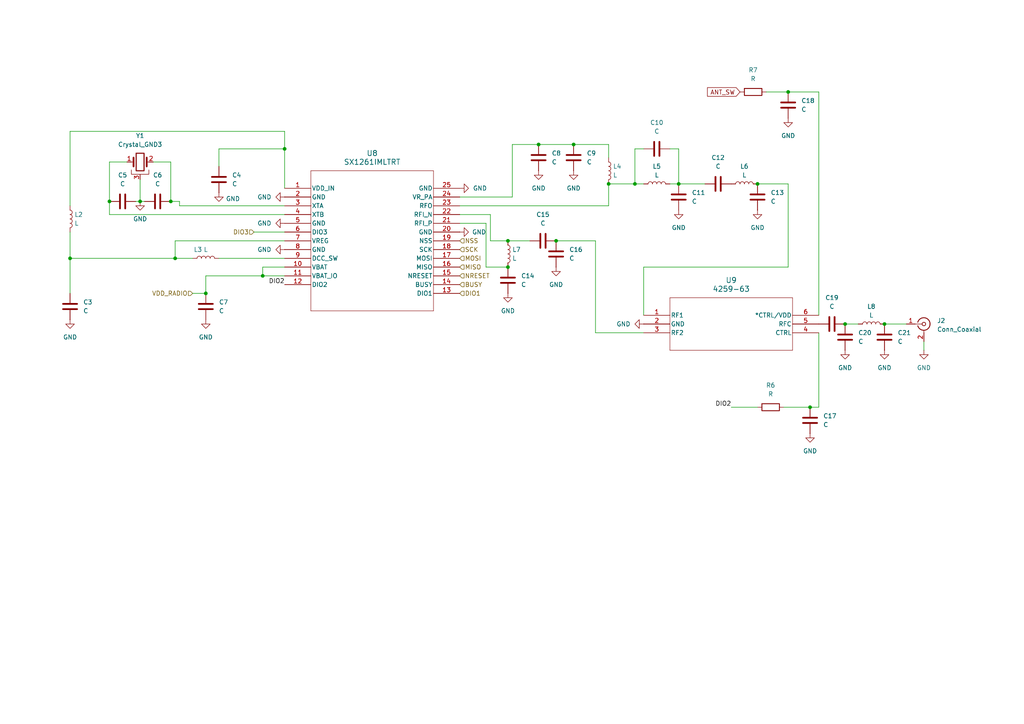
<source format=kicad_sch>
(kicad_sch (version 20250114) (generator "eeschema") (generator_version "9.0")
  (paper "A4")
  (lib_symbols
    (symbol "Connector:Conn_Coaxial" (pin_names (offset 1.016) (hide yes))
      (property "Reference" "J" (at 0.254 3.048 0))
      (property "Value" "Conn_Coaxial" (at 2.921 0 90))
      (symbol "Conn_Coaxial_0_1"
        (polyline (pts (xy -2.54 0) (xy -0.508 0)))
        (arc (start 1.778 0) (mid 0.222 -1.8079) (end -1.778 -0.508) (stroke (width 0.254)))
        (arc (start -1.778 0.508) (mid 0.2221 1.8084) (end 1.778 0) (stroke (width 0.254)))
        (circle (center 0 0) (radius 0.508) (stroke (width 0.2032)))
        (polyline (pts (xy 0 -2.54) (xy 0 -1.778)))
      )
      (symbol "Conn_Coaxial_1_1"
        (pin passive line (at -5.08 0 0) (length 2.54) (name "In") (number "1"))
        (pin passive line (at 0 -5.08 90) (length 2.54) (name "Ext") (number "2"))
      )
    )
    (symbol "Device:C" (pin_numbers (hide yes)) (pin_names (offset 0.254))
      (property "Reference" "C" (at 0.635 2.54 0))
      (property "Value" "C" (at 0.635 -2.54 0))
      (symbol "C_0_1"
        (polyline (pts (xy -2.032 0.762) (xy 2.032 0.762)) (stroke (width 0.508)))
        (polyline (pts (xy -2.032 -0.762) (xy 2.032 -0.762)) (stroke (width 0.508)))
      )
      (symbol "C_1_1"
        (pin passive line (at 0 3.81 270) (length 2.794) (name "~") (number "1"))
        (pin passive line (at 0 -3.81 90) (length 2.794) (name "~") (number "2"))
      )
    )
    (symbol "Device:Crystal_GND3" (pin_names (offset 1.016) (hide yes))
      (property "Reference" "Y" (at 0 5.715 0))
      (property "Value" "Crystal_GND3" (at 0 3.81 0))
      (symbol "Crystal_GND3_0_1"
        (polyline (pts (xy -2.54 0) (xy -1.905 0)))
        (polyline (pts (xy -2.54 -2.286) (xy -2.54 -3.556) (xy 2.54 -3.556) (xy 2.54 -2.286)))
        (polyline (pts (xy -1.905 -1.27) (xy -1.905 1.27)) (stroke (width 0.508)))
        (rectangle (start -1.143 2.54) (end 1.143 -2.54) (stroke (width 0.3048)))
        (polyline (pts (xy 0 -3.81) (xy 0 -3.556)))
        (polyline (pts (xy 1.905 1.27) (xy 1.905 -1.27)) (stroke (width 0.508)))
        (polyline (pts (xy 1.905 0) (xy 2.54 0)))
      )
      (symbol "Crystal_GND3_1_1"
        (pin passive line (at -3.81 0 0) (length 1.27) (name "1") (number "1"))
        (pin passive line (at 0 -5.08 90) (length 1.27) (name "3") (number "3"))
        (pin passive line (at 3.81 0 180) (length 1.27) (name "2") (number "2"))
      )
    )
    (symbol "Device:L" (pin_numbers (hide yes)) (pin_names (offset 1.016) (hide yes))
      (property "Reference" "L" (at -1.27 0 90))
      (property "Value" "L" (at 1.905 0 90))
      (symbol "L_0_1"
        (arc (start 0 2.54) (mid 0.6323 1.905) (end 0 1.27))
        (arc (start 0 1.27) (mid 0.6323 0.635) (end 0 0))
        (arc (start 0 0) (mid 0.6323 -0.635) (end 0 -1.27))
        (arc (start 0 -1.27) (mid 0.6323 -1.905) (end 0 -2.54))
      )
      (symbol "L_1_1"
        (pin passive line (at 0 3.81 270) (length 1.27) (name "1") (number "1"))
        (pin passive line (at 0 -3.81 90) (length 1.27) (name "2") (number "2"))
      )
    )
    (symbol "Device:R" (pin_numbers (hide yes)) (pin_names (offset 0))
      (property "Reference" "R" (at 2.032 0 90))
      (property "Value" "R" (at 0 0 90))
      (symbol "R_0_1"
        (rectangle (start -1.016 -2.54) (end 1.016 2.54) (stroke (width 0.254)))
      )
      (symbol "R_1_1"
        (pin passive line (at 0 3.81 270) (length 1.27) (name "~") (number "1"))
        (pin passive line (at 0 -3.81 90) (length 1.27) (name "~") (number "2"))
      )
    )
    (symbol "PE4269-63:4259-63" (pin_names (offset 0.254))
      (property "Reference" "U" (at 25.4 10.16 0))
      (property "Value" "4259-63" (at 25.4 7.62 0))
      (symbol "4259-63_0_1"
        (polyline (pts (xy 7.62 5.08) (xy 7.62 -10.16)) (stroke (width 0.127)))
        (polyline (pts (xy 7.62 -10.16) (xy 43.18 -10.16)) (stroke (width 0.127)))
        (polyline (pts (xy 43.18 5.08) (xy 7.62 5.08)) (stroke (width 0.127)))
        (polyline (pts (xy 43.18 -10.16) (xy 43.18 5.08)) (stroke (width 0.127)))
        (pin bidirectional line (at 0 0 0) (length 7.62) (name "RF1") (number "1"))
        (pin power_out line (at 0 -2.54 0) (length 7.62) (name "GND") (number "2"))
        (pin bidirectional line (at 0 -5.08 0) (length 7.62) (name "RF2") (number "3"))
        (pin power_in line (at 50.8 0 180) (length 7.62) (name "*CTRL/VDD") (number "6"))
        (pin unspecified line (at 50.8 -2.54 180) (length 7.62) (name "RFC") (number "5"))
        (pin unspecified line (at 50.8 -5.08 180) (length 7.62) (name "CTRL") (number "4"))
      )
    )
    (symbol "SX1261:SX1261IMLTRT" (pin_names (offset 0.254))
      (property "Reference" "U" (at 25.4 10.16 0))
      (property "Value" "SX1261IMLTRT" (at 25.4 7.62 0))
      (symbol "SX1261IMLTRT_0_1"
        (polyline (pts (xy 7.62 5.08) (xy 7.62 -35.56)) (stroke (width 0.127)))
        (polyline (pts (xy 7.62 -35.56) (xy 43.18 -35.56)) (stroke (width 0.127)))
        (polyline (pts (xy 43.18 5.08) (xy 7.62 5.08)) (stroke (width 0.127)))
        (polyline (pts (xy 43.18 -35.56) (xy 43.18 5.08)) (stroke (width 0.127)))
        (pin power_in line (at 0 0 0) (length 7.62) (name "VDD_IN") (number "1"))
        (pin power_out line (at 0 -2.54 0) (length 7.62) (name "GND") (number "2"))
        (pin unspecified line (at 0 -5.08 0) (length 7.62) (name "XTA") (number "3"))
        (pin unspecified line (at 0 -7.62 0) (length 7.62) (name "XTB") (number "4"))
        (pin power_out line (at 0 -10.16 0) (length 7.62) (name "GND") (number "5"))
        (pin bidirectional line (at 0 -12.7 0) (length 7.62) (name "DIO3") (number "6"))
        (pin unspecified line (at 0 -15.24 0) (length 7.62) (name "VREG") (number "7"))
        (pin power_out line (at 0 -17.78 0) (length 7.62) (name "GND") (number "8"))
        (pin unspecified line (at 0 -20.32 0) (length 7.62) (name "DCC_SW") (number "9"))
        (pin unspecified line (at 0 -22.86 0) (length 7.62) (name "VBAT") (number "10"))
        (pin unspecified line (at 0 -25.4 0) (length 7.62) (name "VBAT_IO") (number "11"))
        (pin bidirectional line (at 0 -27.94 0) (length 7.62) (name "DIO2") (number "12"))
        (pin power_out line (at 50.8 0 180) (length 7.62) (name "GND") (number "25"))
        (pin unspecified line (at 50.8 -2.54 180) (length 7.62) (name "VR_PA") (number "24"))
        (pin unspecified line (at 50.8 -5.08 180) (length 7.62) (name "RFO") (number "23"))
        (pin unspecified line (at 50.8 -7.62 180) (length 7.62) (name "RFI_N") (number "22"))
        (pin unspecified line (at 50.8 -10.16 180) (length 7.62) (name "RFI_P") (number "21"))
        (pin power_out line (at 50.8 -12.7 180) (length 7.62) (name "GND") (number "20"))
        (pin unspecified line (at 50.8 -15.24 180) (length 7.62) (name "NSS") (number "19"))
        (pin unspecified line (at 50.8 -17.78 180) (length 7.62) (name "SCK") (number "18"))
        (pin unspecified line (at 50.8 -20.32 180) (length 7.62) (name "MOSI") (number "17"))
        (pin unspecified line (at 50.8 -22.86 180) (length 7.62) (name "MISO") (number "16"))
        (pin unspecified line (at 50.8 -25.4 180) (length 7.62) (name "NRESET") (number "15"))
        (pin unspecified line (at 50.8 -27.94 180) (length 7.62) (name "BUSY") (number "14"))
        (pin bidirectional line (at 50.8 -30.48 180) (length 7.62) (name "DIO1") (number "13"))
      )
    )
    (symbol "power:GND" (power) (pin_numbers (hide yes)) (pin_names (offset 0) (hide yes))
      (property "Value" "GND" (at 0 -3.81 0))
      (symbol "GND_0_1"
        (polyline (pts (xy 0 0) (xy 0 -1.27) (xy 1.27 -1.27) (xy 0 -2.54) (xy -1.27 -1.27) (xy 0 -1.27)))
      )
      (symbol "GND_1_1"
        (pin power_in line (at 0 0 270) (length 0) (name "~") (number "1"))
      )
    )
  )
  (junction (at 82.55 43.18))
  (junction (at 147.32 69.85))
  (junction (at 20.32 74.93))
  (junction (at 184.15 53.34))
  (junction (at 147.32 77.47))
  (junction (at 49.53 58.42))
  (junction (at 176.53 53.34))
  (junction (at 196.85 53.34))
  (junction (at 161.29 69.85))
  (junction (at 228.6 26.67))
  (junction (at 50.8 74.93))
  (junction (at 245.11 93.98))
  (junction (at 256.54 93.98))
  (junction (at 76.2 80.01))
  (junction (at 219.71 53.34))
  (junction (at 59.69 85.09))
  (junction (at 166.37 41.91))
  (junction (at 31.75 58.42))
  (junction (at 234.95 118.11))
  (junction (at 40.64 58.42))
  (junction (at 156.21 41.91))
  (wire (pts (xy 142.24 69.85) (xy 147.32 69.85)))
  (wire (pts (xy 237.49 96.52) (xy 237.49 118.11)))
  (wire (pts (xy 237.49 118.11) (xy 234.95 118.11)))
  (wire (pts (xy 31.75 62.23) (xy 82.55 62.23)))
  (wire (pts (xy 184.15 53.34) (xy 186.69 53.34)))
  (wire (pts (xy 142.24 62.23) (xy 142.24 69.85)))
  (wire (pts (xy 133.35 64.77) (xy 140.97 64.77)))
  (wire (pts (xy 82.55 38.1) (xy 82.55 43.18)))
  (wire (pts (xy 184.15 53.34) (xy 184.15 43.18)))
  (wire (pts (xy 176.53 53.34) (xy 184.15 53.34)))
  (wire (pts (xy 76.2 77.47) (xy 76.2 80.01)))
  (wire (pts (xy 184.15 43.18) (xy 186.69 43.18)))
  (wire (pts (xy 50.8 69.85) (xy 82.55 69.85)))
  (wire (pts (xy 194.31 53.34) (xy 196.85 53.34)))
  (wire (pts (xy 40.64 58.42) (xy 41.91 58.42)))
  (wire (pts (xy 36.83 46.99) (xy 31.75 46.99)))
  (wire (pts (xy 82.55 43.18) (xy 82.55 54.61)))
  (wire (pts (xy 40.64 52.07) (xy 40.64 58.42)))
  (wire (pts (xy 237.49 26.67) (xy 237.49 91.44)))
  (wire (pts (xy 176.53 41.91) (xy 176.53 45.72)))
  (wire (pts (xy 49.53 46.99) (xy 49.53 58.42)))
  (wire (pts (xy 44.45 46.99) (xy 49.53 46.99)))
  (wire (pts (xy 133.35 59.69) (xy 176.53 59.69)))
  (wire (pts (xy 148.59 41.91) (xy 156.21 41.91)))
  (wire (pts (xy 245.11 93.98) (xy 248.92 93.98)))
  (wire (pts (xy 39.37 58.42) (xy 40.64 58.42)))
  (wire (pts (xy 140.97 77.47) (xy 147.32 77.47)))
  (wire (pts (xy 31.75 58.42) (xy 31.75 62.23)))
  (wire (pts (xy 20.32 38.1) (xy 82.55 38.1)))
  (wire (pts (xy 63.5 43.18) (xy 63.5 48.26)))
  (wire (pts (xy 20.32 74.93) (xy 50.8 74.93)))
  (wire (pts (xy 55.88 85.09) (xy 59.69 85.09)))
  (wire (pts (xy 161.29 69.85) (xy 172.72 69.85)))
  (wire (pts (xy 76.2 80.01) (xy 59.69 80.01)))
  (wire (pts (xy 194.31 43.18) (xy 196.85 43.18)))
  (wire (pts (xy 52.07 59.69) (xy 82.55 59.69)))
  (wire (pts (xy 228.6 77.47) (xy 186.69 77.47)))
  (wire (pts (xy 82.55 43.18) (xy 63.5 43.18)))
  (wire (pts (xy 82.55 80.01) (xy 76.2 80.01)))
  (wire (pts (xy 50.8 74.93) (xy 50.8 69.85)))
  (wire (pts (xy 176.53 59.69) (xy 176.53 53.34)))
  (wire (pts (xy 59.69 80.01) (xy 59.69 85.09)))
  (wire (pts (xy 82.55 77.47) (xy 76.2 77.47)))
  (wire (pts (xy 133.35 57.15) (xy 148.59 57.15)))
  (wire (pts (xy 222.25 26.67) (xy 228.6 26.67)))
  (wire (pts (xy 256.54 93.98) (xy 262.89 93.98)))
  (wire (pts (xy 156.21 41.91) (xy 166.37 41.91)))
  (wire (pts (xy 49.53 58.42) (xy 52.07 58.42)))
  (wire (pts (xy 219.71 53.34) (xy 228.6 53.34)))
  (wire (pts (xy 147.32 69.85) (xy 153.67 69.85)))
  (wire (pts (xy 172.72 96.52) (xy 186.69 96.52)))
  (wire (pts (xy 267.97 99.06) (xy 267.97 101.6)))
  (wire (pts (xy 52.07 58.42) (xy 52.07 59.69)))
  (wire (pts (xy 133.35 62.23) (xy 142.24 62.23)))
  (wire (pts (xy 140.97 64.77) (xy 140.97 77.47)))
  (wire (pts (xy 227.33 118.11) (xy 234.95 118.11)))
  (wire (pts (xy 228.6 53.34) (xy 228.6 77.47)))
  (wire (pts (xy 82.55 67.31) (xy 73.66 67.31)))
  (wire (pts (xy 172.72 69.85) (xy 172.72 96.52)))
  (wire (pts (xy 63.5 74.93) (xy 82.55 74.93)))
  (wire (pts (xy 166.37 41.91) (xy 176.53 41.91)))
  (wire (pts (xy 20.32 74.93) (xy 20.32 85.09)))
  (wire (pts (xy 196.85 53.34) (xy 204.47 53.34)))
  (wire (pts (xy 20.32 67.31) (xy 20.32 74.93)))
  (wire (pts (xy 20.32 59.69) (xy 20.32 38.1)))
  (wire (pts (xy 212.09 118.11) (xy 219.71 118.11)))
  (wire (pts (xy 186.69 77.47) (xy 186.69 91.44)))
  (wire (pts (xy 228.6 26.67) (xy 237.49 26.67)))
  (wire (pts (xy 31.75 46.99) (xy 31.75 58.42)))
  (wire (pts (xy 50.8 74.93) (xy 55.88 74.93)))
  (wire (pts (xy 148.59 57.15) (xy 148.59 41.91)))
  (wire (pts (xy 196.85 43.18) (xy 196.85 53.34)))
  (label "DIO2" (at 212.09 118.11 180))
  (label "DIO2" (at 82.55 82.55 180))
  (global_label "ANT_SW" (shape input) (at 214.63 26.67 180) (property "Intersheetrefs" "${INTERSHEET_REFS}" (effects (hide yes))))
  (hierarchical_label "DIO3" (shape input) (at 73.66 67.31 180))
  (hierarchical_label "MISO" (shape input) (at 133.35 77.47 0))
  (hierarchical_label "SCK" (shape input) (at 133.35 72.39 0))
  (hierarchical_label "NSS" (shape input) (at 133.35 69.85 0))
  (hierarchical_label "DIO1" (shape input) (at 133.35 85.09 0))
  (hierarchical_label "MOSI" (shape input) (at 133.35 74.93 0))
  (hierarchical_label "BUSY" (shape input) (at 133.35 82.55 0))
  (hierarchical_label "VDD_RADIO" (shape input) (at 55.88 85.09 180))
  (hierarchical_label "NRESET" (shape input) (at 133.35 80.01 0))
  (symbol (lib_id "Device:Crystal_GND3") (at 40.64 46.99 0) (unit 1)
    (property "Reference" "Y1" (at 40.64 39.37 0))
    (property "Value" "Crystal_GND3" (at 40.64 41.91 0))
    (property "Description" "Three pin crystal, GND on pin 3" (effects (hide yes)))
  )
  (symbol (lib_id "power:GND") (at 267.97 101.6 0) (unit 1)
    (property "Reference" "#PWR032" (effects (hide yes)))
    (property "Value" "GND" (at 267.97 106.68 0))
    (property "Description" "Power symbol creates a global label with name \"GND\" , ground" (effects (hide yes)))
  )
  (symbol (lib_id "power:GND") (at 219.71 60.96 0) (unit 1)
    (property "Reference" "#PWR024" (effects (hide yes)))
    (property "Value" "GND" (at 219.71 66.04 0))
    (property "Description" "Power symbol creates a global label with name \"GND\" , ground" (effects (hide yes)))
  )
  (symbol (lib_id "power:GND") (at 228.6 34.29 0) (unit 1)
    (property "Reference" "#PWR029" (effects (hide yes)))
    (property "Value" "GND" (at 228.6 39.37 0))
    (property "Description" "Power symbol creates a global label with name \"GND\" , ground" (effects (hide yes)))
  )
  (symbol (lib_id "Device:C") (at 147.32 81.28 0) (unit 1)
    (property "Reference" "C14" (at 151.13 80.0099 0) (effects (justify left)))
    (property "Value" "C" (at 151.13 82.5499 0) (effects (justify left)))
    (property "Description" "Unpolarized capacitor" (effects (hide yes)))
  )
  (symbol (lib_id "Device:C") (at 228.6 30.48 0) (unit 1)
    (property "Reference" "C18" (at 232.41 29.2099 0) (effects (justify left)))
    (property "Value" "C" (at 232.41 31.7499 0) (effects (justify left)))
    (property "Description" "Unpolarized capacitor" (effects (hide yes)))
  )
  (symbol (lib_id "Device:C") (at 35.56 58.42 90) (unit 1)
    (property "Reference" "C5" (at 35.56 50.8 90))
    (property "Value" "C" (at 35.56 53.34 90))
    (property "Description" "Unpolarized capacitor" (effects (hide yes)))
  )
  (symbol (lib_id "power:GND") (at 166.37 49.53 0) (unit 1)
    (property "Reference" "#PWR022" (effects (hide yes)))
    (property "Value" "GND" (at 166.37 54.61 0))
    (property "Description" "Power symbol creates a global label with name \"GND\" , ground" (effects (hide yes)))
  )
  (symbol (lib_id "Device:C") (at 256.54 97.79 0) (unit 1)
    (property "Reference" "C21" (at 260.35 96.5199 0) (effects (justify left)))
    (property "Value" "C" (at 260.35 99.0599 0) (effects (justify left)))
    (property "Description" "Unpolarized capacitor" (effects (hide yes)))
  )
  (symbol (lib_id "power:GND") (at 161.29 77.47 0) (unit 1)
    (property "Reference" "#PWR026" (effects (hide yes)))
    (property "Value" "GND" (at 161.29 82.55 0))
    (property "Description" "Power symbol creates a global label with name \"GND\" , ground" (effects (hide yes)))
  )
  (symbol (lib_id "Device:C") (at 59.69 88.9 180) (unit 1)
    (property "Reference" "C7" (at 63.5 87.6299 0) (effects (justify right)))
    (property "Value" "C" (at 63.5 90.1699 0) (effects (justify right)))
    (property "Description" "Unpolarized capacitor" (effects (hide yes)))
  )
  (symbol (lib_id "Device:C") (at 208.28 53.34 90) (unit 1)
    (property "Reference" "C12" (at 208.28 45.72 90))
    (property "Value" "C" (at 208.28 48.26 90))
    (property "Description" "Unpolarized capacitor" (effects (hide yes)))
  )
  (symbol (lib_id "Device:C") (at 45.72 58.42 90) (unit 1)
    (property "Reference" "C6" (at 45.72 50.8 90))
    (property "Value" "C" (at 45.72 53.34 90))
    (property "Description" "Unpolarized capacitor" (effects (hide yes)))
  )
  (symbol (lib_id "SX1261:SX1261IMLTRT") (at 82.55 54.61 0) (unit 1)
    (property "Reference" "U8" (at 107.95 44.45 0) (effects (font (size 1.524 1.524))))
    (property "Value" "SX1261IMLTRT" (at 107.95 46.99 0) (effects (font (size 1.524 1.524))))
    (property "Footprint" "QFN4x4_SEM" (effects (hide yes)))
    (property "Datasheet" "SX1261IMLTRT" (effects (hide yes)))
  )
  (symbol (lib_id "power:GND") (at 82.55 72.39 270) (unit 1)
    (property "Reference" "#PWR017" (effects (hide yes)))
    (property "Value" "GND" (at 78.74 72.3899 90) (effects (justify right)))
    (property "Description" "Power symbol creates a global label with name \"GND\" , ground" (effects (hide yes)))
  )
  (symbol (lib_id "PE4269-63:4259-63") (at 186.69 91.44 0) (unit 1)
    (property "Reference" "U9" (at 212.09 81.28 0) (effects (font (size 1.524 1.524))))
    (property "Value" "4259-63" (at 212.09 83.82 0) (effects (font (size 1.524 1.524))))
    (property "Footprint" "SC-70-6_PSM" (effects (hide yes)))
    (property "Datasheet" "4259-63" (effects (hide yes)))
  )
  (symbol (lib_id "power:GND") (at 156.21 49.53 0) (unit 1)
    (property "Reference" "#PWR021" (effects (hide yes)))
    (property "Value" "GND" (at 156.21 54.61 0))
    (property "Description" "Power symbol creates a global label with name \"GND\" , ground" (effects (hide yes)))
  )
  (symbol (lib_id "power:GND") (at 196.85 60.96 0) (unit 1)
    (property "Reference" "#PWR023" (effects (hide yes)))
    (property "Value" "GND" (at 196.85 66.04 0))
    (property "Description" "Power symbol creates a global label with name \"GND\" , ground" (effects (hide yes)))
  )
  (symbol (lib_id "power:GND") (at 147.32 85.09 0) (unit 1)
    (property "Reference" "#PWR025" (effects (hide yes)))
    (property "Value" "GND" (at 147.32 90.17 0))
    (property "Description" "Power symbol creates a global label with name \"GND\" , ground" (effects (hide yes)))
  )
  (symbol (lib_id "Device:L") (at 252.73 93.98 90) (unit 1)
    (property "Reference" "L8" (at 252.73 88.9 90))
    (property "Value" "L" (at 252.73 91.44 90))
    (property "Description" "Inductor" (effects (hide yes)))
  )
  (symbol (lib_id "power:GND") (at 40.64 58.42 0) (unit 1)
    (property "Reference" "#PWR013" (effects (hide yes)))
    (property "Value" "GND" (at 40.64 63.5 0))
    (property "Description" "Power symbol creates a global label with name \"GND\" , ground" (effects (hide yes)))
  )
  (symbol (lib_id "power:GND") (at 82.55 57.15 270) (unit 1)
    (property "Reference" "#PWR019" (effects (hide yes)))
    (property "Value" "GND" (at 78.74 57.1499 90) (effects (justify right)))
    (property "Description" "Power symbol creates a global label with name \"GND\" , ground" (effects (hide yes)))
  )
  (symbol (lib_id "Device:C") (at 196.85 57.15 180) (unit 1)
    (property "Reference" "C11" (at 200.66 55.8799 0) (effects (justify right)))
    (property "Value" "C" (at 200.66 58.4199 0) (effects (justify right)))
    (property "Description" "Unpolarized capacitor" (effects (hide yes)))
  )
  (symbol (lib_id "power:GND") (at 245.11 101.6 0) (unit 1)
    (property "Reference" "#PWR030" (effects (hide yes)))
    (property "Value" "GND" (at 245.11 106.68 0))
    (property "Description" "Power symbol creates a global label with name \"GND\" , ground" (effects (hide yes)))
  )
  (symbol (lib_id "power:GND") (at 186.69 93.98 270) (unit 1)
    (property "Reference" "#PWR027" (effects (hide yes)))
    (property "Value" "GND" (at 182.88 93.9799 90) (effects (justify right)))
    (property "Description" "Power symbol creates a global label with name \"GND\" , ground" (effects (hide yes)))
  )
  (symbol (lib_id "Device:C") (at 20.32 88.9 180) (unit 1)
    (property "Reference" "C3" (at 24.13 87.6299 0) (effects (justify right)))
    (property "Value" "C" (at 24.13 90.1699 0) (effects (justify right)))
    (property "Description" "Unpolarized capacitor" (effects (hide yes)))
  )
  (symbol (lib_id "Device:C") (at 234.95 121.92 0) (unit 1)
    (property "Reference" "C17" (at 238.76 120.6499 0) (effects (justify left)))
    (property "Value" "C" (at 238.76 123.1899 0) (effects (justify left)))
    (property "Description" "Unpolarized capacitor" (effects (hide yes)))
  )
  (symbol (lib_id "Device:L") (at 190.5 53.34 90) (unit 1)
    (property "Reference" "L5" (at 190.5 48.26 90))
    (property "Value" "L" (at 190.5 50.8 90))
    (property "Description" "Inductor" (effects (hide yes)))
  )
  (symbol (lib_id "power:GND") (at 20.32 92.71 0) (unit 1)
    (property "Reference" "#PWR014" (effects (hide yes)))
    (property "Value" "GND" (at 20.32 97.79 0))
    (property "Description" "Power symbol creates a global label with name \"GND\" , ground" (effects (hide yes)))
  )
  (symbol (lib_id "Device:C") (at 166.37 45.72 0) (unit 1)
    (property "Reference" "C9" (at 170.18 44.4499 0) (effects (justify left)))
    (property "Value" "C" (at 170.18 46.9899 0) (effects (justify left)))
    (property "Description" "Unpolarized capacitor" (effects (hide yes)))
  )
  (symbol (lib_id "Device:C") (at 241.3 93.98 90) (unit 1)
    (property "Reference" "C19" (at 241.3 86.36 90))
    (property "Value" "C" (at 241.3 88.9 90))
    (property "Description" "Unpolarized capacitor" (effects (hide yes)))
  )
  (symbol (lib_id "Device:L") (at 20.32 63.5 0) (unit 1)
    (property "Reference" "L2" (at 21.59 62.2299 0) (effects (justify left)))
    (property "Value" "L" (at 21.59 64.7699 0) (effects (justify left)))
    (property "Description" "Inductor" (effects (hide yes)))
  )
  (symbol (lib_id "power:GND") (at 234.95 125.73 0) (unit 1)
    (property "Reference" "#PWR028" (effects (hide yes)))
    (property "Value" "GND" (at 234.95 130.81 0))
    (property "Description" "Power symbol creates a global label with name \"GND\" , ground" (effects (hide yes)))
  )
  (symbol (lib_id "Device:C") (at 63.5 52.07 0) (unit 1)
    (property "Reference" "C4" (at 67.31 50.7999 0) (effects (justify left)))
    (property "Value" "C" (at 67.31 53.3399 0) (effects (justify left)))
    (property "Description" "Unpolarized capacitor" (effects (hide yes)))
  )
  (symbol (lib_id "power:GND") (at 133.35 67.31 90) (unit 1)
    (property "Reference" "#PWR033" (effects (hide yes)))
    (property "Value" "GND" (at 136.906 67.31 90) (effects (justify right)))
    (property "Description" "Power symbol creates a global label with name \"GND\" , ground" (effects (hide yes)))
  )
  (symbol (lib_id "Device:L") (at 215.9 53.34 90) (unit 1)
    (property "Reference" "L6" (at 215.9 48.26 90))
    (property "Value" "L" (at 215.9 50.8 90))
    (property "Description" "Inductor" (effects (hide yes)))
  )
  (symbol (lib_id "Device:C") (at 156.21 45.72 0) (unit 1)
    (property "Reference" "C8" (at 160.02 44.4499 0) (effects (justify left)))
    (property "Value" "C" (at 160.02 46.9899 0) (effects (justify left)))
    (property "Description" "Unpolarized capacitor" (effects (hide yes)))
  )
  (symbol (lib_id "Device:C") (at 157.48 69.85 90) (unit 1)
    (property "Reference" "C15" (at 157.48 62.23 90))
    (property "Value" "C" (at 157.48 64.77 90))
    (property "Description" "Unpolarized capacitor" (effects (hide yes)))
  )
  (symbol (lib_id "Device:C") (at 161.29 73.66 0) (unit 1)
    (property "Reference" "C16" (at 165.1 72.3899 0) (effects (justify left)))
    (property "Value" "C" (at 165.1 74.9299 0) (effects (justify left)))
    (property "Description" "Unpolarized capacitor" (effects (hide yes)))
  )
  (symbol (lib_id "Device:C") (at 219.71 57.15 0) (unit 1)
    (property "Reference" "C13" (at 223.52 55.8799 0) (effects (justify left)))
    (property "Value" "C" (at 223.52 58.4199 0) (effects (justify left)))
    (property "Description" "Unpolarized capacitor" (effects (hide yes)))
  )
  (symbol (lib_id "power:GND") (at 82.55 64.77 270) (unit 1)
    (property "Reference" "#PWR018" (effects (hide yes)))
    (property "Value" "GND" (at 78.74 64.7699 90) (effects (justify right)))
    (property "Description" "Power symbol creates a global label with name \"GND\" , ground" (effects (hide yes)))
  )
  (symbol (lib_id "Connector:Conn_Coaxial") (at 267.97 93.98 0) (unit 1)
    (property "Reference" "J2" (at 271.78 93.0031 0) (effects (justify left)))
    (property "Value" "Conn_Coaxial" (at 271.78 95.5431 0) (effects (justify left)))
    (property "Description" "coaxial connector (BNC, SMA, SMB, SMC, Cinch/RCA, LEMO, ...)" (effects (hide yes)))
  )
  (symbol (lib_id "Device:L") (at 147.32 73.66 0) (unit 1)
    (property "Reference" "L7" (at 148.59 72.3899 0) (effects (justify left)))
    (property "Value" "L" (at 148.59 74.9299 0) (effects (justify left)))
    (property "Description" "Inductor" (effects (hide yes)))
  )
  (symbol (lib_id "Device:C") (at 245.11 97.79 0) (unit 1)
    (property "Reference" "C20" (at 248.92 96.5199 0) (effects (justify left)))
    (property "Value" "C" (at 248.92 99.0599 0) (effects (justify left)))
    (property "Description" "Unpolarized capacitor" (effects (hide yes)))
  )
  (symbol (lib_id "power:GND") (at 59.69 92.71 0) (unit 1)
    (property "Reference" "#PWR016" (effects (hide yes)))
    (property "Value" "GND" (at 59.69 97.79 0))
    (property "Description" "Power symbol creates a global label with name \"GND\" , ground" (effects (hide yes)))
  )
  (symbol (lib_id "Device:C") (at 190.5 43.18 90) (unit 1)
    (property "Reference" "C10" (at 190.5 35.56 90))
    (property "Value" "C" (at 190.5 38.1 90))
    (property "Description" "Unpolarized capacitor" (effects (hide yes)))
  )
  (symbol (lib_id "Device:R") (at 218.44 26.67 90) (unit 1)
    (property "Reference" "R7" (at 218.44 20.32 90))
    (property "Value" "R" (at 218.44 22.86 90))
    (property "Description" "Resistor" (effects (hide yes)))
  )
  (symbol (lib_id "Device:R") (at 223.52 118.11 90) (unit 1)
    (property "Reference" "R6" (at 223.52 111.76 90))
    (property "Value" "R" (at 223.52 114.3 90))
    (property "Description" "Resistor" (effects (hide yes)))
  )
  (symbol (lib_id "power:GND") (at 133.35 54.61 90) (unit 1)
    (property "Reference" "#PWR020" (effects (hide yes)))
    (property "Value" "GND" (at 137.16 54.6099 90) (effects (justify right)))
    (property "Description" "Power symbol creates a global label with name \"GND\" , ground" (effects (hide yes)))
  )
  (symbol (lib_id "power:GND") (at 63.5 55.88 0) (unit 1)
    (property "Reference" "#PWR015" (effects (hide yes)))
    (property "Value" "GND" (at 67.564 57.658 0))
    (property "Description" "Power symbol creates a global label with name \"GND\" , ground" (effects (hide yes)))
  )
  (symbol (lib_id "power:GND") (at 256.54 101.6 0) (unit 1)
    (property "Reference" "#PWR031" (effects (hide yes)))
    (property "Value" "GND" (at 256.54 106.68 0))
    (property "Description" "Power symbol creates a global label with name \"GND\" , ground" (effects (hide yes)))
  )
  (symbol (lib_id "Device:L") (at 59.69 74.93 90) (unit 1)
    (property "Reference" "L3" (at 57.404 72.39 90))
    (property "Value" "L" (at 59.69 72.39 90))
    (property "Description" "Inductor" (effects (hide yes)))
  )
  (symbol (lib_id "Device:L") (at 176.53 49.53 0) (unit 1)
    (property "Reference" "L4" (at 177.8 48.2599 0) (effects (justify left)))
    (property "Value" "L" (at 177.8 50.7999 0) (effects (justify left)))
    (property "Description" "Inductor" (effects (hide yes)))
  )
)
</source>
